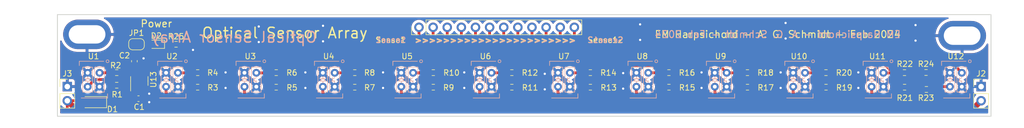
<source format=kicad_pcb>
(kicad_pcb (version 20211014) (generator pcbnew)
  (layers (0 "F.Cu" signal) (31 "B.Cu" signal) (34 "B.Paste" user) (35 "F.Paste" user) (36 "B.SilkS" user "B.Silkscreen") (37 "F.SilkS" user "F.Silkscreen") (38 "B.Mask" user) (39 "F.Mask" user) (44 "Edge.Cuts" user))
  (net 0 "")
  (net 1 "+3.3V")
  (net 2 "sense1")
  (net 3 "GND")
  (net 4 "sense2")
  (net 5 "sense3")
  (net 6 "sense4")
  (net 7 "sense5")
  (net 8 "sense6")
  (net 9 "sense7")
  (net 10 "sense8")
  (net 11 "sense9")
  (net 12 "sense10")
  (net 13 "sense11")
  (net 14 "sense12")
  (net 15 "Net-(R5-Pad1)")
  (net 16 "Net-(R7-Pad1)")
  (net 17 "Net-(R9-Pad1)")
  (net 18 "Net-(R11-Pad1)")
  (net 19 "Net-(R13-Pad1)")
  (net 20 "Net-(R15-Pad1)")
  (net 21 "Net-(R17-Pad1)")
  (net 22 "Net-(R19-Pad1)")
  (net 23 "Net-(R21-Pad1)")
  (net 24 "Net-(R23-Pad1)")
  (net 25 "VCC")
  (net 26 "Net-(R1-Pad1)")
  (net 27 "Net-(R3-Pad1)")
  (net 29 "VIN")
  (net 30 "Net-(D2-Pad1)")
  (net 31 "Net-(D2-Pad2)")
  (footprint "Resistor_SMD:R_0603_1608Metric" (layer "F.Cu") (at 203.603064 98.596519)
    (fp_text reference "R20")
    (fp_text value "10k")
  )
  (footprint "Resistor_SMD:R_0603_1608Metric" (layer "F.Cu") (at 118.866126 98.596519)
    (fp_text reference "R8")
    (fp_text value "10k")
  )
  (footprint "Resistor_SMD:R_0603_1608Metric" (layer "F.Cu") (at 132.988353 101.214124)
    (fp_text reference "R9")
    (fp_text value "100")
  )
  (footprint "Resistor_SMD:R_0603_1608Metric" (layer "F.Cu") (at 217.725887 98.596519)
    (fp_text reference "R22")
    (fp_text value "10k")
  )
  (footprint "Resistor_SMD:R_0603_1608Metric" (layer "F.Cu") (at 104.743303 98.596519)
    (fp_text reference "R6")
    (fp_text value "10k")
  )
  (footprint "Connector_PinHeader_2.54mm:PinHeader_1x02_P2.54mm_Vertical" (layer "F.Cu") (at 67.1678 101.1072)
    (fp_text reference "J3")
    (fp_text value "Conn_01x02_Male")
  )
  (footprint "Resistor_SMD:R_0603_1608Metric" (layer "F.Cu") (at 161.234595 98.596519)
    (fp_text reference "R14")
    (fp_text value "10k")
  )
  (footprint "MountingHole:MountingHole_4.3mm_M4_ISO7380_Pad" (layer "F.Cu") (at 228.092 91.948 90)
    (fp_text reference "MP1")
    (fp_text value "MountPad1")
  )
  (footprint "Resistor_SMD:R_0603_1608Metric" (layer "F.Cu") (at 189.489173 101.214124)
    (fp_text reference "R17")
    (fp_text value "100")
  )
  (footprint "Resistor_SMD:R_0603_1608Metric" (layer "F.Cu") (at 147.111772 98.596519)
    (fp_text reference "R12")
    (fp_text value "10k")
  )
  (footprint "Capacitor_SMD:C_0603_1608Metric" (layer "F.Cu") (at 79.2328 96.5402 90)
    (fp_text reference "C2")
    (fp_text value "1u")
  )
  (footprint "LED_SMD:LED_0603_1608Metric" (layer "F.Cu") (at 83.1698 93.4922 180)
    (fp_text reference "D2")
    (fp_text value "LED")
  )
  (footprint "Resistor_SMD:R_0603_1608Metric" (layer "F.Cu") (at 86.7258 93.4922 180)
    (fp_text reference "R25")
    (fp_text value "100")
  )
  (footprint "Resistor_SMD:R_0603_1608Metric" (layer "F.Cu") (at 175.363968 101.214124)
    (fp_text reference "R15")
    (fp_text value "100")
  )
  (footprint "Resistor_SMD:R_0603_1608Metric" (layer "F.Cu") (at 104.737943 101.214124)
    (fp_text reference "R5")
    (fp_text value "100")
  )
  (footprint "Resistor_SMD:R_0603_1608Metric" (layer "F.Cu") (at 221.5998 98.5672 180)
    (fp_text reference "R24")
    (fp_text value "10k")
  )
  (footprint "Package_TO_SOT_SMD:SOT-23-5" (layer "F.Cu") (at 80.1218 100.0962 90)
    (fp_text reference "U13")
    (fp_text value "TLV75510PDBV")
  )
  (footprint "Connector_PinHeader_2.54mm:PinHeader_1x02_P2.54mm_Vertical" (layer "F.Cu") (at 231.5058 101.1072)
    (fp_text reference "J2")
    (fp_text value "Conn_01x02_Female")
  )
  (footprint "Resistor_SMD:R_0603_1608Metric" (layer "F.Cu") (at 217.739583 101.214124)
    (fp_text reference "R21")
    (fp_text value "100")
  )
  (footprint "Jumper:SolderJumper-2_P1.3mm_Bridged_RoundedPad1.0x1.5mm" (layer "F.Cu") (at 79.6138 93.4922 180)
    (fp_text reference "JP1")
    (fp_text value "SolderJumper_2_Bridged")
  )
  (footprint "Resistor_SMD:R_0603_1608Metric" (layer "F.Cu") (at 175.357418 98.596519)
    (fp_text reference "R16")
    (fp_text value "10k")
  )
  (footprint "Resistor_SMD:R_0603_1608Metric" (layer "F.Cu") (at 76.0578 98.596519)
    (fp_text reference "R2")
    (fp_text value "10k")
  )
  (footprint "Resistor_SMD:R_0603_1608Metric" (layer "F.Cu") (at 147.113558 101.214124)
    (fp_text reference "R11")
    (fp_text value "100")
  )
  (footprint "Resistor_SMD:R_0603_1608Metric" (layer "F.Cu") (at 203.614378 101.214124)
    (fp_text reference "R19")
    (fp_text value "100")
  )
  (footprint "Resistor_SMD:R_0603_1608Metric" (layer "F.Cu") (at 90.612738 101.214124)
    (fp_text reference "R3")
    (fp_text value "100")
  )
  (footprint "Resistor_SMD:R_0603_1608Metric" (layer "F.Cu") (at 132.988949 98.596519)
    (fp_text reference "R10")
    (fp_text value "10k")
  )
  (footprint "Resistor_SMD:R_0603_1608Metric" (layer "F.Cu") (at 161.238763 101.214124)
    (fp_text reference "R13")
    (fp_text value "100")
  )
  (footprint "MountingHole:MountingHole_4.3mm_M4_ISO7380_Pad" (layer "F.Cu") (at 70.7238 91.7142 90)
    (fp_text reference "MP2")
    (fp_text value "MountPad2")
  )
  (footprint "Connector_PinHeader_2.54mm:PinHeader_1x12_P2.54mm_Vertical" (layer "F.Cu") (at 130.4138 90.4442 90)
    (fp_text reference "J1")
    (fp_text value "Conn_01x12_Female")
  )
  (footprint "Resistor_SMD:R_0603_1608Metric" (layer "F.Cu") (at 221.6628 101.6152 180)
    (fp_text reference "R23")
    (fp_text value "100")
  )
  (footprint "Resistor_SMD:R_0603_1608Metric" (layer "F.Cu") (at 90.62048 98.596519)
    (fp_text reference "R4")
    (fp_text value "10k")
  )
  (footprint "Capacitor_SMD:C_0603_1608Metric" (layer "F.Cu") (at 79.970546 103.2712)
    (fp_text reference "C1")
    (fp_text value "1u")
  )
  (footprint "Diode_SMD:D_SOD-123" (layer "F.Cu") (at 71.9938 103.9062 180)
    (fp_text reference "D1")
    (fp_text value "1N4001")
  )
  (footprint "Resistor_SMD:R_0603_1608Metric" (layer "F.Cu") (at 189.480241 98.596519)
    (fp_text reference "R18")
    (fp_text value "10k")
  )
  (footprint "Resistor_SMD:R_0603_1608Metric" (layer "F.Cu") (at 76.0578 100.8582)
    (fp_text reference "R1")
    (fp_text value "100")
  )
  (footprint "Resistor_SMD:R_0603_1608Metric" (layer "F.Cu") (at 118.863148 101.214124)
    (fp_text reference "R7")
    (fp_text value "100")
  )
  (footprint "OptoDevice:OnSemi_QRD1114" (layer "B.Cu") (at 129.355951 101.123495 180)
    (fp_text reference "U5")
    (fp_text value "QRD1114")
  )
  (footprint "OptoDevice:OnSemi_QRD1114" (layer "B.Cu") (at 228.034951 101.123495 180)
    (fp_text reference "U12")
    (fp_text value "QRD1114")
  )
  (footprint "OptoDevice:OnSemi_QRD1114" (layer "B.Cu") (at 87.064951 101.123495 180)
    (fp_text reference "U2")
    (fp_text value "QRD1114")
  )
  (footprint "OptoDevice:OnSemi_QRD1114" (layer "B.Cu") (at 101.161951 101.123495 180)
    (fp_text reference "U3")
    (fp_text value "QRD1114")
  )
  (footprint "OptoDevice:OnSemi_QRD1114" (layer "B.Cu") (at 199.840951 101.123495 180)
    (fp_text reference "U10")
    (fp_text value "QRD1114")
  )
  (footprint "OptoDevice:OnSemi_QRD1114" (layer "B.Cu") (at 171.646951 101.123495 180)
    (fp_text reference "U8")
    (fp_text value "QRD1114")
  )
  (footprint "OptoDevice:OnSemi_QRD1114" (layer "B.Cu") (at 213.937951 101.123495 180)
    (fp_text reference "U11")
    (fp_text value "QRD1114")
  )
  (footprint "OptoDevice:OnSemi_QRD1114" (layer "B.Cu") (at 72.967951 101.123495 180)
    (fp_text reference "U1")
    (fp_text value "QRD1114")
  )
  (footprint "OptoDevice:OnSemi_QRD1114" (layer "B.Cu") (at 143.452951 101.123495 180)
    (fp_text reference "U6")
    (fp_text value "QRD1114")
  )
  (footprint "OptoDevice:OnSemi_QRD1114" (layer "B.Cu") (at 185.743951 101.123495 180)
    (fp_text reference "U9")
    (fp_text value "QRD1114")
  )
  (footprint "OptoDevice:OnSemi_QRD1114" (layer "B.Cu") (at 157.549951 101.123495 180)
    (fp_text reference "U7")
    (fp_text value "QRD1114")
  )
  (footprint "OptoDevice:OnSemi_QRD1114" (layer "B.Cu") (at 115.258951 101.123495 180)
    (fp_text reference "U4")
    (fp_text value "QRD1114")
  )
  (gr_rect (start 65.3898 88.1582) (end 233.2838 106.4462) (layer "Edge.Cuts") (width 0.15) (fill none))
  (gr_text ">>>>>>>>>>>>>>>>>>>>>>>\n" (at 144.1298 92.9842 180) (layer "B.SilkS") (effects (font (size 1.016 1.016) (thickness 0.1778)) (justify mirror)))
  (gr_text "Optical Sensor Array" (at 97.1398 92.2272) (layer "B.SilkS") (effects (font (size 1.905 1.905) (thickness 0.254)) (justify mirror)))
  (gr_text "EM Harpsichord - A. G. Schmidt - Feb 2024" (at 194.9298 91.7192) (layer "B.SilkS") (effects (font (size 1.27 1.27) (thickness 0.1778)) (justify mirror)))
  (gr_text "Sense12" (at 163.9418 92.7302) (layer "B.SilkS") (effects (font (size 1.016 1.016) (thickness 0.1778)) (justify mirror)))
  (gr_text "Sense1" (at 125.3338 92.7302) (layer "B.SilkS") (effects (font (size 1.016 1.016) (thickness 0.1778)) (justify mirror)))
  (gr_text "EM Harpsichord - A. G. Schmidt - Feb 2024" (at 194.9298 91.7142) (layer "F.SilkS") (effects (font (size 1.27 1.27) (thickness 0.1778))))
  (gr_text ">>>>>>>>>>>>>>>>>>>>>>>\n" (at 144.1298 92.7302) (layer "F.SilkS") (effects (font (size 1.016 1.016) (thickness 0.1778))))
  (gr_text "Optical Sensor Array" (at 106.2838 91.4602) (layer "F.SilkS") (effects (font (size 1.905 1.905) (thickness 0.254))))
  (gr_text "Sense1" (at 125.3338 92.7252) (layer "F.SilkS") (effects (font (size 1.016 1.016) (thickness 0.1778))))
  (gr_text "Power" (at 83.185 89.789) (layer "F.SilkS") (effects (font (size 1.27 1.27) (thickness 0.1905))))
  (gr_text "Sense12" (at 163.9418 92.7252) (layer "F.SilkS") (effects (font (size 1.016 1.016) (thickness 0.1778))))
  (segment (start 190.305241 98.596519) (end 190.305241 101.205192) (width 0.5) (layer "F.Cu") (net 1))
  (segment (start 204.439378 104.14) (end 205.729 104.14) (width 0.5) (layer "F.Cu") (net 1))
  (segment (start 105.568303 101.208764) (end 105.562943 101.214124) (width 0.5) (layer "F.Cu") (net 1))
  (segment (start 91.44548 101.206382) (end 91.437738 101.214124) (width 0.5) (layer "F.Cu") (net 1))
  (segment (start 91.437738 101.214124) (end 91.437738 103.792138) (width 0.5) (layer "F.Cu") (net 1))
  (segment (start 218.564583 103.512417) (end 217.937 104.14) (width 0.5) (layer "F.Cu") (net 1))
  (segment (start 162.063763 101.214124) (end 162.063763 104.024763) (width 0.5) (layer "F.Cu") (net 1))
  (segment (start 76.8828 100.8582) (end 76.8828 98.596519) (width 0.5) (layer "F.Cu") (net 1))
  (segment (start 147.936772 98.596519) (end 147.936772 101.212338) (width 0.5) (layer "F.Cu") (net 1))
  (segment (start 162.059595 101.209956) (end 162.063763 101.214124) (width 0.5) (layer "F.Cu") (net 1))
  (segment (start 220.8378 101.6152) (end 220.8378 98.6302) (width 0.5) (layer "F.Cu") (net 1))
  (segment (start 79.2328 97.3152) (end 79.3598 97.3152) (width 0.5) (layer "F.Cu") (net 1))
  (segment (start 217.937 104.14) (end 216.789 104.14) (width 0.5) (layer "F.Cu") (net 1))
  (segment (start 220.8378 101.6152) (end 218.313 104.14) (width 0.5) (layer "F.Cu") (net 1))
  (segment (start 204.428064 98.596519) (end 204.428064 101.20281) (width 0.5) (layer "F.Cu") (net 1))
  (segment (start 216.789 104.14) (end 205.729 104.14) (width 0.5) (layer "F.Cu") (net 1))
  (segment (start 176.182418 98.596519) (end 176.182418 101.207574) (width 0.5) (layer "F.Cu") (net 1))
  (segment (start 119.691126 101.211146) (end 119.688148 101.214124) (width 0.5) (layer "F.Cu") (net 1))
  (segment (start 76.8198 95.75215) (end 77.322657 95.249293) (width 0.5) (layer "F.Cu") (net 1))
  (segment (start 218.313 104.14) (end 216.789 104.14) (width 0.5) (layer "F.Cu") (net 1))
  (segment (start 162.063763 104.024763) (end 162.179 104.14) (width 0.5) (layer "F.Cu") (net 1))
  (segment (start 218.550887 101.200428) (end 218.564583 101.214124) (width 0.5) (layer "F.Cu") (net 1))
  (segment (start 162.059595 98.596519) (end 162.059595 101.209956) (width 0.5) (layer "F.Cu") (net 1))
  (segment (start 105.568303 98.596519) (end 105.568303 101.208764) (width 0.5) (layer "F.Cu") (net 1))
  (segment (start 218.564583 101.214124) (end 218.564583 103.512417) (width 0.5) (layer "F.Cu") (net 1))
  (segment (start 121.5086 104.14) (end 106.5226 104.14) (width 0.5) (layer "F.Cu") (net 1))
  (segment (start 76.8198 98.533519) (end 76.8198 95.75215) (width 0.5) (layer "F.Cu") (net 1))
  (segment (start 121.2698 104.1552) (end 119.688148 104.1552) (width 0.5) (layer "F.Cu") (net 1))
  (segment (start 76.8828 98.596519) (end 77.860119 98.596519) (width 0.5) (layer "F.Cu") (net 1))
  (segment (start 176.182418 101.207574) (end 176.188968 101.214124) (width 0.5) (layer "F.Cu") (net 1))
  (segment (start 133.731 104.14) (end 147.701 104.14) (width 0.5) (layer "F.Cu") (net 1))
  (segment (start 77.322657 94.005343) (end 77.8358 93.4922) (width 0.5) (layer "F.Cu") (net 1))
  (segment (start 147.936772 101.212338) (end 147.938558 101.214124) (width 0.5) (layer "F.Cu") (net 1))
  (segment (start 91.7856 104.14) (end 106.5226 104.14) (width 0.5) (layer "F.Cu") (net 1))
  (segment (start 176.228936 104.14) (end 177.5858 104.14) (width 0.5) (layer "F.Cu") (net 1))
  (segment (start 204.439378 101.214124) (end 204.439378 104.14) (width 0.5) (layer "F.Cu") (net 1))
  (segment (start 190.314173 104.111573) (end 190.3426 104.14) (width 0.5) (layer "F.Cu") (net 1))
  (segment (start 205.729 104.14) (end 191.7142 104.14) (width 0.5) (layer "F.Cu") (net 1))
  (segment (start 133.813949 98.596519) (end 133.813949 104.057051) (width 0.5) (layer "F.Cu") (net 1))
  (segment (start 77.8358 93.4922) (end 78.9638 93.4922) (width 0.5) (layer "F.Cu") (net 1))
  (segment (start 77.322657 95.249293) (end 77.322657 94.005343) (width 0.5) (layer "F.Cu") (net 1))
  (segment (start 147.938558 101.214124) (end 147.938558 103.902442) (width 0.5) (layer "F.Cu") (net 1))
  (segment (start 78.2223 98.9587) (end 79.1718 98.9587) (width 0.5) (layer "F.Cu") (net 1))
  (segment (start 147.701 104.14) (end 162.179 104.14) (width 0.5) (layer "F.Cu") (net 1))
  (segment (start 105.562943 103.180343) (end 106.5226 104.14) (width 0.5) (layer "F.Cu") (net 1))
  (segment (start 119.691126 98.596519) (end 119.691126 101.211146) (width 0.5) (layer "F.Cu") (net 1))
  (segment (start 176.188968 104.100032) (end 176.228936 104.14) (width 0.5) (layer "F.Cu") (net 1))
  (segment (start 133.813949 104.057051) (end 133.731 104.14) (width 0.5) (layer "F.Cu") (net 1))
  (segment (start 218.550887 98.596519) (end 218.550887 101.200428) (width 0.5) (layer "F.Cu") (net 1))
  (segment (start 162.179 104.14) (end 177.5858 104.14) (width 0.5) (layer "F.Cu") (net 1))
  (segment (start 204.428064 101.20281) (end 204.439378 101.214124) (width 0.5) (layer "F.Cu") (net 1))
  (segment (start 91.44548 98.596519) (end 91.44548 101.206382) (width 0.5) (layer "F.Cu") (net 1))
  (segment (start 176.188968 101.214124) (end 176.188968 104.100032) (width 0.5) (layer "F.Cu") (net 1))
  (segment (start 191.7142 104.14) (end 177.5858 104.14) (width 0.5) (layer "F.Cu") (net 1))
  (segment (start 190.305241 101.205192) (end 190.314173 101.214124) (width 0.5) (layer "F.Cu") (net 1))
  (segment (start 190.314173 101.214124) (end 190.314173 104.111573) (width 0.5) (layer "F.Cu") (net 1))
  (segment (start 190.3426 104.14) (end 191.7142 104.14) (width 0.5) (layer "F.Cu") (net 1))
  (segment (start 121.539 104.14) (end 133.731 104.14) (width 0.5) (layer "F.Cu") (net 1))
  (segment (start 76.8828 98.596519) (end 76.8198 98.533519) (width 0.5) (layer "F.Cu") (net 1))
  (segment (start 77.860119 98.596519) (end 78.2223 98.9587) (width 0.5) (layer "F.Cu") (net 1))
  (segment (start 119.688148 104.1552) (end 119.688148 101.214124) (width 0.5) (layer "F.Cu") (net 1))
  (segment (start 220.8378 98.6302) (end 220.7748 98.5672) (width 0.5) (layer "F.Cu") (net 1))
  (segment (start 105.562943 101.214124) (end 105.562943 103.180343) (width 0.5) (layer "F.Cu") (net 1))
  (segment (start 91.437738 103.792138) (end 91.7856 104.14) (width 0.5) (layer "F.Cu") (net 1))
  (segment (start 147.938558 103.902442) (end 147.701 104.14) (width 0.5) (layer "F.Cu") (net 1))
  (segment (start 78.5978 90.9522) (end 76.622657 92.927343) (width 0.5) (layer "F.Cu") (net 2))
  (segment (start 74.352081 98.596519) (end 74.325105 98.623495) (width 0.5) (layer "F.Cu") (net 2))
  (segment (start 130.4138 90.4442) (end 130.4138 93.2382) (width 0.5) (layer "F.Cu") (net 2))
  (segment (start 87.999499 90.9522) (end 78.5978 90.9522) (width 0.5) (layer "F.Cu") (net 2))
  (segment (start 128.7708 94.8812) (end 91.928499 94.8812) (width 0.5) (layer "F.Cu") (net 2))
  (segment (start 76.622657 94.959343) (end 74.325105 97.256895) (width 0.5) (layer "F.Cu") (net 2))
  (segment (start 130.4138 93.2382) (end 128.7708 94.8812) (width 0.5) (layer "F.Cu") (net 2))
  (segment (start 75.2328 98.596519) (end 74.352081 98.596519) (width 0.5) (layer "F.Cu") (net 2))
  (segment (start 76.622657 92.927343) (end 76.622657 94.959343) (width 0.5) (layer "F.Cu") (net 2))
  (segment (start 91.928499 94.8812) (end 87.999499 90.9522) (width 0.5) (layer "F.Cu") (net 2))
  (segment (start 72.967951 98.623495) (end 74.325105 98.623495) (width 0.5) (layer "F.Cu") (net 2))
  (segment (start 74.325105 97.256895) (end 74.325105 98.623495) (width 0.5) (layer "F.Cu") (net 2))
  (segment (start 79.2328 95.7652) (end 80.6218 95.7652) (width 0.5) (layer "F.Cu") (net 3))
  (segment (start 89.7738 94.5082) (end 88.7578 93.4922) (width 0.5) (layer "F.Cu") (net 3))
  (segment (start 80.1218 102.647454) (end 80.745546 103.2712) (width 0.5) (layer "F.Cu") (net 3))
  (segment (start 80.1218 101.2337) (end 80.1218 102.647454) (width 0.5) (layer "F.Cu") (net 3))
  (segment (start 80.6218 95.7652) (end 80.8838 96.0272) (width 0.5) (layer "F.Cu") (net 3))
  (segment (start 88.7578 93.4922) (end 87.5508 93.4922) (width 0.5) (layer "F.Cu") (net 3))
  (via (at 109.982 98.552) (size 0.8) (drill 0.4) (layers "F.Cu" "B.Cu") (net 3))
  (via (at 123.952 98.552) (size 0.8) (drill 0.4) (layers "F.Cu" "B.Cu") (net 3))
  (via (at 209.423 98.552) (size 0.8) (drill 0.4) (layers "F.Cu" "B.Cu") (net 3))
  (via (at 123.952 101.346) (size 0.8) (drill 0.4) (layers "F.Cu" "B.Cu") (net 3))
  (via (at 170.18 89.916) (size 0.8) (drill 0.4) (layers "F.Cu" "B.Cu") (net 3))
  (via (at 195.453 98.552) (size 0.8) (drill 0.4) (layers "F.Cu" "B.Cu") (net 3))
  (via (at 95.631 98.552) (size 0.8) (drill 0.4) (layers "F.Cu" "B.Cu") (net 3))
  (via (at 181.229 101.346) (size 0.8) (drill 0.4) (layers "F.Cu" "B.Cu") (net 3))
  (via (at 196.342 89.662) (size 0.8) (drill 0.4) (layers "F.Cu" "B.Cu") (net 3))
  (via (at 209.423 101.346) (size 0.8) (drill 0.4) (layers "F.Cu" "B.Cu") (net 3))
  (via (at 181.229 98.552) (size 0.8) (drill 0.4) (layers "F.Cu" "B.Cu") (net 3))
  (via (at 170.18 92.71) (size 0.8) (drill 0.4) (layers "F.Cu" "B.Cu") (net 3))
  (via (at 81.8998 103.9062) (size 0.8) (drill 0.4) (layers "F.Cu" "B.Cu") (net 3))
  (via (at 113.157 92.964) (size 0.8) (drill 0.4) (layers "F.Cu" "B.Cu") (net 3))
  (via (at 219.71 90.043) (size 0.8) (drill 0.4) (layers "F.Cu" "B.Cu") (net 3))
  (via (at 196.342 92.456) (size 0.8) (drill 0.4) (layers "F.Cu" "B.Cu") (net 3))
  (via (at 101.6 90.297) (size 0.8) (drill 0.4) (layers "F.Cu" "B.Cu") (net 3))
  (via (at 138.557 98.552) (size 0.8) (drill 0.4) (layers "F.Cu" "B.Cu") (net 3))
  (via (at 167.132 101.473) (size 0.8) (drill 0.4) (layers "F.Cu" "B.Cu") (net 3))
  (via (at 153.035 101.6) (size 0.8) (drill 0.4) (layers "F.Cu" "B.Cu") (net 3))
  (via (at 80.8838 96.0272) (size 0.8) (drill 0.4) (layers "F.Cu" "B.Cu") (net 3))
  (via (at 138.557 101.346) (size 0.8) (drill 0.4) (layers "F.Cu" "B.Cu") (net 3))
  (via (at 101.6 93.091) (size 0.8) (drill 0.4) (layers "F.Cu" "B.Cu") (net 3))
  (via (at 113.157 90.17) (size 0.8) (drill 0.4) (layers "F.Cu" "B.Cu") (net 3))
  (via (at 109.982 101.346) (size 0.8) (drill 0.4) (layers "F.Cu" "B.Cu") (net 3))
  (via (at 81.8998 102.3822) (size 0.8) (drill 0.4) (layers "F.Cu" "B.Cu") (net 3))
  (via (at 153.035 98.806) (size 0.8) (drill 0.4) (layers "F.Cu" "B.Cu") (net 3))
  (via (at 89.7738 94.5082) (size 0.8) (drill 0.4) (layers "F.Cu" "B.Cu") (net 3))
  (via (at 195.453 101.346) (size 0.8) (drill 0.4) (layers "F.Cu" "B.Cu") (net 3))
  (via (at 95.631 101.346) (size 0.8) (drill 0.4) (layers "F.Cu" "B.Cu") (net 3))
  (via (at 219.71 92.837) (size 0.8) (drill 0.4) (layers "F.Cu" "B.Cu") (net 3))
  (via (at 167.132 98.679) (size 0.8) (drill 0.4) (layers "F.Cu" "B.Cu") (net 3))
  (segment (start 90.9868 95.5812) (end 130.582352 95.5812) (width 0.5) (layer "F.Cu") (net 4))
  (segment (start 88.791433 98.635167) (end 89.643471 98.635167) (width 0.5) (layer "F.Cu") (net 4))
  (segment (start 88.791433 97.776567) (end 90.9868 95.5812) (width 0.5) (layer "F.Cu") (net 4))
  (segment (start 132.9538 93.209752) (end 132.9538 90.4442) (width 0.5) (layer "F.Cu") (net 4))
  (segment (start 87.064917 98.635167) (end 88.791433 98.635167) (width 0.5) (layer "F.Cu") (net 4))
  (segment (start 89.643471 98.635167) (end 89.765766 98.512872) (width 0.5) (layer "F.Cu") (net 4))
  (segment (start 88.791433 98.635167) (end 88.791433 97.776567) (width 0.5) (layer "F.Cu") (net 4))
  (segment (start 130.582352 95.5812) (end 132.9538 93.209752) (width 0.5) (layer "F.Cu") (net 4))
  (segment (start 132.751902 94.4016) (end 134.3304 94.4016) (width 0.5) (layer "F.Cu") (net 5))
  (segment (start 103.739547 98.642053) (end 103.861842 98.519758) (width 0.5) (layer "F.Cu") (net 5))
  (segment (start 102.802653 98.642053) (end 102.802653 98.085947) (width 0.5) (layer "F.Cu") (net 5))
  (segment (start 134.3304 94.4016) (end 135.4938 93.2382) (width 0.5) (layer "F.Cu") (net 5))
  (segment (start 135.4938 93.2382) (end 135.4938 90.4442) (width 0.5) (layer "F.Cu") (net 5))
  (segment (start 102.802653 98.085947) (end 104.6074 96.2812) (width 0.5) (layer "F.Cu") (net 5))
  (segment (start 104.6074 96.2812) (end 130.8723 96.2812) (width 0.5) (layer "F.Cu") (net 5))
  (segment (start 130.8723 96.2812) (end 132.751902 94.4016) (width 0.5) (layer "F.Cu") (net 5))
  (segment (start 102.802653 98.642053) (end 103.739547 98.642053) (width 0.5) (layer "F.Cu") (net 5))
  (segment (start 101.160993 98.642053) (end 102.802653 98.642053) (width 0.5) (layer "F.Cu") (net 5))
  (segment (start 116.790305 98.627095) (end 116.790305 98.525495) (width 0.5) (layer "F.Cu") (net 6))
  (segment (start 135.9164 95.1016) (end 138.0338 92.9842) (width 0.5) (layer "F.Cu") (net 6))
  (segment (start 116.790305 98.627095) (end 117.826671 98.627095) (width 0.5) (layer "F.Cu") (net 6))
  (segment (start 118.171 97.1448) (end 130.99865 97.1448) (width 0.5) (layer "F.Cu") (net 6))
  (segment (start 130.99865 97.1448) (end 133.041851 95.1016) (width 0.5) (layer "F.Cu") (net 6))
  (segment (start 117.826671 98.627095) (end 117.948966 98.5048) (width 0.5) (layer "F.Cu") (net 6))
  (segment (start 116.790305 98.525495) (end 118.171 97.1448) (width 0.5) (layer "F.Cu") (net 6))
  (segment (start 115.248117 98.627095) (end 116.790305 98.627095) (width 0.5) (layer "F.Cu") (net 6))
  (segment (start 138.0338 92.9842) (end 138.0338 90.4442) (width 0.5) (layer "F.Cu") (net 6))
  (segment (start 133.041851 95.1016) (end 135.9164 95.1016) (width 0.5) (layer "F.Cu") (net 6))
  (segment (start 130.397328 98.634472) (end 131.944488 98.634472) (width 0.5) (layer "F.Cu") (net 7))
  (segment (start 138.0104 95.8016) (end 133.3318 95.8016) (width 0.5) (layer "F.Cu") (net 7))
  (segment (start 131.944488 98.634472) (end 132.066783 98.512177) (width 0.5) (layer "F.Cu") (net 7))
  (segment (start 129.365934 98.634472) (end 130.397328 98.634472) (width 0.5) (layer "F.Cu") (net 7))
  (segment (start 133.3318 95.8016) (end 130.498928 98.634472) (width 0.5) (layer "F.Cu") (net 7))
  (segment (start 140.5738 90.4442) (end 140.5738 93.2382) (width 0.5) (layer "F.Cu") (net 7))
  (segment (start 140.5738 93.2382) (end 138.0104 95.8016) (width 0.5) (layer "F.Cu") (net 7))
  (segment (start 130.498928 98.634472) (end 130.397328 98.634472) (width 0.5) (layer "F.Cu") (net 7))
  (segment (start 145.300595 98.620395) (end 145.300595 97.752005) (width 0.5) (layer "F.Cu") (net 8))
  (segment (start 146.034461 98.620395) (end 146.156756 98.4981) (width 0.5) (layer "F.Cu") (net 8))
  (segment (start 145.300595 98.620395) (end 146.034461 98.620395) (width 0.5) (layer "F.Cu") (net 8))
  (segment (start 143.455907 98.620395) (end 145.300595 98.620395) (width 0.5) (layer "F.Cu") (net 8))
  (segment (start 145.300595 97.752005) (end 143.1138 95.56521) (width 0.5) (layer "F.Cu") (net 8))
  (segment (start 143.1138 95.56521) (end 143.1138 90.4442) (width 0.5) (layer "F.Cu") (net 8))
  (segment (start 160.113746 98.628963) (end 160.236041 98.506668) (width 0.5) (layer "F.Cu") (net 9))
  (segment (start 158.0998 97.0432) (end 149.4588 97.0432) (width 0.5) (layer "F.Cu") (net 9))
  (segment (start 159.126763 98.070163) (end 158.0998 97.0432) (width 0.5) (layer "F.Cu") (net 9))
  (segment (start 159.126763 98.628963) (end 159.126763 98.070163) (width 0.5) (layer "F.Cu") (net 9))
  (segment (start 159.126763 98.628963) (end 160.113746 98.628963) (width 0.5) (layer "F.Cu") (net 9))
  (segment (start 149.4588 97.0432) (end 145.6538 93.2382) (width 0.5) (layer "F.Cu") (net 9))
  (segment (start 145.6538 93.2382) (end 145.6538 90.4442) (width 0.5) (layer "F.Cu") (net 9))
  (segment (start 157.535192 98.628963) (end 159.126763 98.628963) (width 0.5) (layer "F.Cu") (net 9))
  (segment (start 173.290775 98.616225) (end 174.214621 98.616225) (width 0.5) (layer "F.Cu") (net 10))
  (segment (start 171.636067 98.616225) (end 173.290775 98.616225) (width 0.5) (layer "F.Cu") (net 10))
  (segment (start 159.343749 97.2972) (end 158.389749 96.3432) (width 0.5) (layer "F.Cu") (net 10))
  (segment (start 151.2988 96.3432) (end 148.1938 93.2382) (width 0.5) (layer "F.Cu") (net 10))
  (segment (start 148.1938 93.2382) (end 148.1938 90.4442) (width 0.5) (layer "F.Cu") (net 10))
  (segment (start 158.389749 96.3432) (end 151.2988 96.3432) (width 0.5) (layer "F.Cu") (net 10))
  (segment (start 172.5778 97.2972) (end 159.343749 97.2972) (width 0.5) (layer "F.Cu") (net 10))
  (segment (start 174.214621 98.616225) (end 174.336916 98.49393) (width 0.5) (layer "F.Cu") (net 10))
  (segment (start 173.290775 98.616225) (end 173.290775 98.010175) (width 0.5) (layer "F.Cu") (net 10))
  (segment (start 173.290775 98.010175) (end 172.5778 97.2972) (width 0.5) (layer "F.Cu") (net 10))
  (segment (start 184.153218 97.032762) (end 185.743951 98.623495) (width 0.5) (layer "F.Cu") (net 11))
  (segment (start 172.86775 96.5972) (end 173.303312 97.032762) (width 0.5) (layer "F.Cu") (net 11))
  (segment (start 185.766701 98.633092) (end 188.345255 98.633092) (width 0.5) (layer "F.Cu") (net 11))
  (segment (start 150.7338 92.9842) (end 153.3928 95.6432) (width 0.5) (layer "F.Cu") (net 11))
  (segment (start 158.679699 95.6432) (end 159.633699 96.5972) (width 0.5) (layer "F.Cu") (net 11))
  (segment (start 173.303312 97.032762) (end 184.153218 97.032762) (width 0.5) (layer "F.Cu") (net 11))
  (segment (start 150.7338 90.4442) (end 150.7338 92.9842) (width 0.5) (layer "F.Cu") (net 11))
  (segment (start 153.3928 95.6432) (end 158.679699 95.6432) (width 0.5) (layer "F.Cu") (net 11))
  (segment (start 159.633699 96.5972) (end 172.86775 96.5972) (width 0.5) (layer "F.Cu") (net 11))
  (segment (start 188.345255 98.633092) (end 188.46755 98.510797) (width 0.5) (layer "F.Cu") (net 11))
  (segment (start 173.593262 96.332762) (end 199.350162 96.332762) (width 0.5) (layer "F.Cu") (net 12))
  (segment (start 202.74499 98.629593) (end 202.778064 98.596519) (width 0.5) (layer "F.Cu") (net 12))
  (segment (start 155.2328 94.9432) (end 158.969649 94.9432) (width 0.5) (layer "F.Cu") (net 12))
  (segment (start 173.1577 95.8972) (end 173.593262 96.332762) (width 0.5) (layer "F.Cu") (net 12))
  (segment (start 153.2738 92.9842) (end 155.2328 94.9432) (width 0.5) (layer "F.Cu") (net 12))
  (segment (start 199.836496 98.629593) (end 201.646993 98.629593) (width 0.5) (layer "F.Cu") (net 12))
  (segment (start 153.2738 90.4442) (end 153.2738 92.9842) (width 0.5) (layer "F.Cu") (net 12))
  (segment (start 201.646993 98.629593) (end 202.74499 98.629593) (width 0.5) (layer "F.Cu") (net 12))
  (segment (start 159.923649 95.8972) (end 173.1577 95.8972) (width 0.5) (layer "F.Cu") (net 12))
  (segment (start 199.350162 96.332762) (end 201.646993 98.629593) (width 0.5) (layer "F.Cu") (net 12))
  (segment (start 158.969649 94.9432) (end 159.923649 95.8972) (width 0.5) (layer "F.Cu") (net 12))
  (segment (start 155.8138 92.7302) (end 157.3268 94.2432) (width 0.5) (layer "F.Cu") (net 13))
  (segment (start 160.213599 95.1972) (end 173.44765 95.1972) (width 0.5) (layer "F.Cu") (net 13))
  (segment (start 213.9586 98.6536) (end 215.6918 98.6536) (width 0.5) (layer "F.Cu") (net 13))
  (segment (start 157.3268 94.2432) (end 159.259599 94.2432) (width 0.5) (layer "F.Cu") (net 13))
  (segment (start 159.259599 94.2432) (end 160.213599 95.1972) (width 0.5) (layer "F.Cu") (net 13))
  (segment (start 216.843806 98.6536) (end 216.900887 98.596519) (width 0.5) (layer "F.Cu") (net 13))
  (segment (start 155.8138 90.4442) (end 155.8138 92.7302) (width 0.5) (layer "F.Cu") (net 13))
  (segment (start 212.670962 95.632762) (end 215.6918 98.6536) (width 0.5) (layer "F.Cu") (net 13))
  (segment (start 173.44765 95.1972) (end 173.883212 95.632762) (width 0.5) (layer "F.Cu") (net 13))
  (segment (start 215.6918 98.6536) (end 216.843806 98.6536) (width 0.5) (layer "F.Cu") (net 13))
  (segment (start 173.883212 95.632762) (end 212.670962 95.632762) (width 0.5) (layer "F.Cu") (net 13))
  (segment (start 228.034951 98.623495) (end 225.297228 95.885772) (width 0.5) (layer "F.Cu") (net 14))
  (segment (start 159.1668 93.5432) (end 159.549549 93.5432) (width 0.5) (layer "F.Cu") (net 14))
  (segment (start 160.503549 94.4972) (end 173.7376 94.4972) (width 0.5) (layer "F.Cu") (net 14))
  (segment (start 158.3538 92.7302) (end 159.1668 93.5432) (width 0.5) (layer "F.Cu") (net 14))
  (segment (start 222.4248 98.5672) (end 225.106228 95.885772) (width 0.5) (layer "F.Cu") (net 14))
  (segment (start 173.7376 94.4972) (end 174.173162 94.932762) (width 0.5) (layer "F.Cu") (net 14))
  (segment (start 174.173162 94.932762) (end 224.344218 94.932762) (width 0.5) (layer "F.Cu") (net 14))
  (segment (start 224.344218 94.932762) (end 225.297228 95.885772) (width 0.5) (layer "F.Cu") (net 14))
  (segment (start 225.106228 95.885772) (end 225.297228 95.885772) (width 0.5) (layer "F.Cu") (net 14))
  (segment (start 159.549549 93.5432) (end 160.503549 94.4972) (width 0.5) (layer "F.Cu") (net 14))
  (segment (start 158.3538 90.4442) (end 158.3538 92.7302) (width 0.5) (layer "F.Cu") (net 14))
  (segment (start 103.912943 102.120857) (end 103.912943 101.214124) (width 0.5) (layer "F.Cu") (net 15))
  (segment (start 99.027393 101.142053) (end 99.027393 102.258309) (width 0.5) (layer "F.Cu") (net 15))
  (segment (start 99.027393 102.258309) (end 99.352842 102.583758) (width 0.5) (layer "F.Cu") (net 15))
  (segment (start 103.450042 102.583758) (end 103.912943 102.120857) (width 0.5) (layer "F.Cu") (net 15))
  (segment (start 99.352842 102.583758) (end 103.450042 102.583758) (width 0.5) (layer "F.Cu") (net 15))
  (segment (start 117.5874 102.5688) (end 118.038148 102.118052) (width 0.5) (layer "F.Cu") (net 16))
  (segment (start 113.114517 102.243351) (end 113.439966 102.5688) (width 0.5) (layer "F.Cu") (net 16))
  (segment (start 113.114517 101.127095) (end 113.114517 102.243351) (width 0.5) (layer "F.Cu") (net 16))
  (segment (start 113.439966 102.5688) (end 117.5874 102.5688) (width 0.5) (layer "F.Cu") (net 16))
  (segment (start 118.038148 102.118052) (end 118.038148 101.214124) (width 0.5) (layer "F.Cu") (net 16))
  (segment (start 132.1706 101.335185) (end 132.060516 101.225101) (width 0.5) (layer "F.Cu") (net 17))
  (segment (start 131.621783 102.576177) (end 132.1706 102.02736) (width 0.5) (layer "F.Cu") (net 17))
  (segment (start 132.1706 102.02736) (end 132.1706 101.335185) (width 0.5) (layer "F.Cu") (net 17))
  (segment (start 127.232334 102.250728) (end 127.557783 102.576177) (width 0.5) (layer "F.Cu") (net 17))
  (segment (start 127.557783 102.576177) (end 131.621783 102.576177) (width 0.5) (layer "F.Cu") (net 17))
  (segment (start 127.232334 101.134472) (end 127.232334 102.250728) (width 0.5) (layer "F.Cu") (net 17))
  (segment (start 141.322307 102.236651) (end 141.647756 102.5621) (width 0.5) (layer "F.Cu") (net 18))
  (segment (start 146.297639 101.358174) (end 146.150489 101.211024) (width 0.5) (layer "F.Cu") (net 18))
  (segment (start 141.322307 101.120395) (end 141.322307 102.236651) (width 0.5) (layer "F.Cu") (net 18))
  (segment (start 145.711756 102.5621) (end 146.297639 101.976217) (width 0.5) (layer "F.Cu") (net 18))
  (segment (start 141.647756 102.5621) (end 145.711756 102.5621) (width 0.5) (layer "F.Cu") (net 18))
  (segment (start 146.297639 101.976217) (end 146.297639 101.358174) (width 0.5) (layer "F.Cu") (net 18))
  (segment (start 155.401592 102.245219) (end 155.727041 102.570668) (width 0.5) (layer "F.Cu") (net 19))
  (segment (start 155.727041 102.570668) (end 160.003532 102.570668) (width 0.5) (layer "F.Cu") (net 19))
  (segment (start 155.401592 101.128963) (end 155.401592 102.245219) (width 0.5) (layer "F.Cu") (net 19))
  (segment (start 160.413763 102.160437) (end 160.413763 101.403581) (width 0.5) (layer "F.Cu") (net 19))
  (segment (start 160.003532 102.570668) (end 160.413763 102.160437) (width 0.5) (layer "F.Cu") (net 19))
  (segment (start 174.546789 101.221945) (end 174.538968 101.214124) (width 0.5) (layer "F.Cu") (net 20))
  (segment (start 174.546789 102.085167) (end 174.546789 101.221945) (width 0.5) (layer "F.Cu") (net 20))
  (segment (start 169.827916 102.55793) (end 174.074026 102.55793) (width 0.5) (layer "F.Cu") (net 20))
  (segment (start 169.502467 102.232481) (end 169.827916 102.55793) (width 0.5) (layer "F.Cu") (net 20))
  (segment (start 174.074026 102.55793) (end 174.546789 102.085167) (width 0.5) (layer "F.Cu") (net 20))
  (segment (start 169.502467 101.116225) (end 169.502467 102.232481) (width 0.5) (layer "F.Cu") (net 20))
  (segment (start 188.664173 102.104027) (end 188.664173 101.214124) (width 0.5) (layer "F.Cu") (net 21))
  (segment (start 183.95855 102.574797) (end 188.193403 102.574797) (width 0.5) (layer "F.Cu") (net 21))
  (segment (start 188.193403 102.574797) (end 188.664173 102.104027) (width 0.5) (layer "F.Cu") (net 21))
  (segment (start 183.633101 101.133092) (end 183.633101 102.249348) (width 0.5) (layer "F.Cu") (net 21))
  (segment (start 183.633101 102.249348) (end 183.95855 102.574797) (width 0.5) (layer "F.Cu") (net 21))
  (segment (start 202.789378 102.050422) (end 202.789378 101.214124) (width 0.5) (layer "F.Cu") (net 22))
  (segment (start 197.702896 102.245849) (end 198.028345 102.571298) (width 0.5) (layer "F.Cu") (net 22))
  (segment (start 202.268502 102.571298) (end 202.789378 102.050422) (width 0.5) (layer "F.Cu") (net 22))
  (segment (start 198.028345 102.571298) (end 202.268502 102.571298) (width 0.5) (layer "F.Cu") (net 22))
  (segment (start 197.702896 101.129593) (end 197.702896 102.245849) (width 0.5) (layer "F.Cu") (net 22))
  (segment (start 211.825 101.1536) (end 211.825 102.269856) (width 0.5) (layer "F.Cu") (net 23))
  (segment (start 216.366895 102.595305) (end 216.914583 102.047617) (width 0.5) (layer "F.Cu") (net 23))
  (segment (start 212.150449 102.595305) (end 216.366895 102.595305) (width 0.5) (layer "F.Cu") (net 23))
  (segment (start 216.914583 102.047617) (end 216.914583 101.214124) (width 0.5) (layer "F.Cu") (net 23))
  (segment (start 211.825 102.269856) (end 212.150449 102.595305) (width 0.5) (layer "F.Cu") (net 23))
  (segment (start 222.4878 101.6152) (end 223.8858 101.6152) (width 0.5) (layer "F.Cu") (net 24))
  (segment (start 223.8858 101.6152) (end 224.3938 101.1072) (width 0.5) (layer "F.Cu") (net 24))
  (segment (start 225.885056 101.1072) (end 225.901351 101.123495) (width 0.5) (layer "F.Cu") (net 24))
  (segment (start 224.3938 101.1072) (end 225.885056 101.1072) (width 0.5) (layer "F.Cu") (net 24))
  (segment (start 79.1718 103.247454) (end 79.195546 103.2712) (width 0.5) (layer "F.Cu") (net 25))
  (segment (start 78.0898 100.9852) (end 78.3383 101.2337) (width 0.5) (layer "F.Cu") (net 25))
  (segment (start 73.6438 103.9062) (end 73.8978 103.6522) (width 0.5) (layer "F.Cu") (net 25))
  (segment (start 76.3118 103.9062) (end 73.6438 103.9062) (width 0.5) (layer "F.Cu") (net 25))
  (segment (start 78.0898 100.0962) (end 78.0898 100.9852) (width 0.5) (layer "F.Cu") (net 25))
  (segment (start 80.8838 100.0962) (end 78.0898 100.0962) (width 0.5) (layer "F.Cu") (net 25))
  (segment (start 79.1718 101.2337) (end 79.1718 103.247454) (width 0.5) (layer "F.Cu") (net 25))
  (segment (start 78.3383 101.2337) (end 79.1718 101.2337) (width 0.5) (layer "F.Cu") (net 25))
  (segment (start 76.9468 103.2712) (end 76.3118 103.9062) (width 0.5) (layer "F.Cu") (net 25))
  (segment (start 81.0718 101.2337) (end 81.0718 100.2842) (width 0.5) (layer "F.Cu") (net 25))
  (segment (start 81.0718 100.2842) (end 80.8838 100.0962) (width 0.5) (layer "F.Cu") (net 25))
  (segment (start 79.195546 103.2712) (end 76.9468 103.2712) (width 0.5) (layer "F.Cu") (net 25))
  (segment (start 70.834351 101.123495) (end 72.120646 99.8372) (width 0.5) (layer "F.Cu") (net 26))
  (segment (start 72.120646 99.8372) (end 74.0258 99.8372) (width 0.5) (layer "F.Cu") (net 26))
  (segment (start 75.0468 100.8582) (end 75.2328 100.8582) (width 0.5) (layer "F.Cu") (net 26))
  (segment (start 74.0258 99.8372) (end 75.0468 100.8582) (width 0.5) (layer "F.Cu") (net 26))
  (segment (start 89.320766 102.576872) (end 89.759499 102.138139) (width 0.5) (layer "F.Cu") (net 27))
  (segment (start 84.931317 102.251423) (end 85.256766 102.576872) (width 0.5) (layer "F.Cu") (net 27))
  (segment (start 84.931317 101.135167) (end 84.931317 102.251423) (width 0.5) (layer "F.Cu") (net 27))
  (segment (start 89.759499 102.138139) (end 89.759499 101.225796) (width 0.5) (layer "F.Cu") (net 27))
  (segment (start 85.256766 102.576872) (end 89.320766 102.576872) (width 0.5) (layer "F.Cu") (net 27))
  (segment (start 68.9458 105.4302) (end 229.7228 105.4302) (width 1) (layer "F.Cu") (net 29))
  (segment (start 229.7228 105.4302) (end 231.5058 103.6472) (width 1) (layer "F.Cu") (net 29))
  (segment (start 67.1678 103.6472) (end 68.9508 105.4302) (width 1) (layer "F.Cu") (net 29))
  (segment (start 83.9573 93.4922) (end 85.9008 93.4922) (width 0.5) (layer "F.Cu") (net 30))
  (segment (start 80.2638 93.4922) (end 82.3823 93.4922) (width 0.5) (layer "F.Cu") (net 31))
  (zone (net 29) (net_name "VIN") (layer "F.Cu") (priority 4) (connect_pads (clearance 0.508)) (min_thickness 0.254) (fill yes (thermal_gap 0.508) (thermal_bridge_width 0.508))
    (polygon (pts (xy 65.3898 102.3822) (xy 71.7398 102.3822) (xy 71.7398 105.9382) (xy 65.3898 105.9382) (xy 65.3898 103.3982)))
  )
  (zone (net 1) (net_name "+3.3V") (layer "F.Cu") (priority 5) (connect_pads (clearance 0.508)) (min_thickness 0.254) (fill yes (thermal_gap 0.508) (thermal_bridge_width 0.508))
    (polygon (pts (xy 83.9318 100.3502) (xy 77.5818 100.3502) (xy 77.5818 96.2862) (xy 83.9318 96.2862)))
  )
  (zone (net 1) (net_name "+3.3V") (layer "F.Cu") (priority 5) (connect_pads (clearance 0.508)) (min_thickness 0.254) (fill yes (thermal_gap 0.508) (thermal_bridge_width 0.508))
    (polygon (pts (xy 218.4248 104.9222) (xy 91.9328 104.9222) (xy 91.9328 102.8902) (xy 218.4248 102.8902)))
  )
  (zone (net 3) (net_name "GND") (layer "F.Cu") (connect_pads (clearance 0.508)) (min_thickness 0.254) (fill yes (thermal_gap 0.508) (thermal_bridge_width 0.508))
    (polygon (pts (xy 233.2838 88.1582) (xy 233.2838 106.4462) (xy 65.1358 106.4462) (xy 65.1358 88.1582) (xy 69.7078 88.1582)))
  )
  (zone (net 1) (net_name "+3.3V") (layer "F.Cu") (priority 5) (connect_pads (clearance 0.508)) (min_thickness 0.254) (fill yes (thermal_gap 0.508) (thermal_bridge_width 0.508))
    (polygon (pts (xy 92.0598 104.4142) (xy 82.4078 104.4142) (xy 82.4078 101.8742) (xy 92.0598 101.8742)))
  )
  (zone (net 25) (net_name "VCC") (layer "F.Cu") (priority 2) (connect_pads (clearance 0.508)) (min_thickness 0.254) (fill yes (thermal_gap 0.508) (thermal_bridge_width 0.508))
    (polygon (pts (xy 75.5498 100.8582) (xy 79.8678 100.3502) (xy 79.8678 104.9222) (xy 71.9938 104.9222) (xy 71.9938 101.8742)))
  )
  (zone (net 1) (net_name "+3.3V") (layer "F.Cu") (priority 5) (connect_pads (clearance 0.508)) (min_thickness 0.254) (fill yes (thermal_gap 0.508) (thermal_bridge_width 0.508))
    (polygon (pts (xy 83.9318 102.6362) (xy 81.7728 102.6362) (xy 81.7728 100.3502) (xy 83.9318 100.3502)))
  )
  (zone (net 3) (net_name "GND") (layer "F.Cu") (priority 1) (connect_pads (clearance 0.508)) (min_thickness 0.254) (fill yes (thermal_gap 0.508) (thermal_bridge_width 0.508))
    (polygon (pts (xy 82.4078 104.4142) (xy 79.6138 104.4142) (xy 79.6138 100.3502) (xy 82.4078 102.1282)))
  )
  (zone (net 3) (net_name "GND") (layer "B.Cu") (connect_pads (clearance 0.508)) (min_thickness 0.254) (fill yes (thermal_gap 0.508) (thermal_bridge_width 0.508))
    (polygon (pts (xy 233.2838 88.1582) (xy 233.2838 106.4462) (xy 65.1358 106.4462) (xy 65.1358 88.1582) (xy 69.7078 88.1582)))
  )
)
</source>
